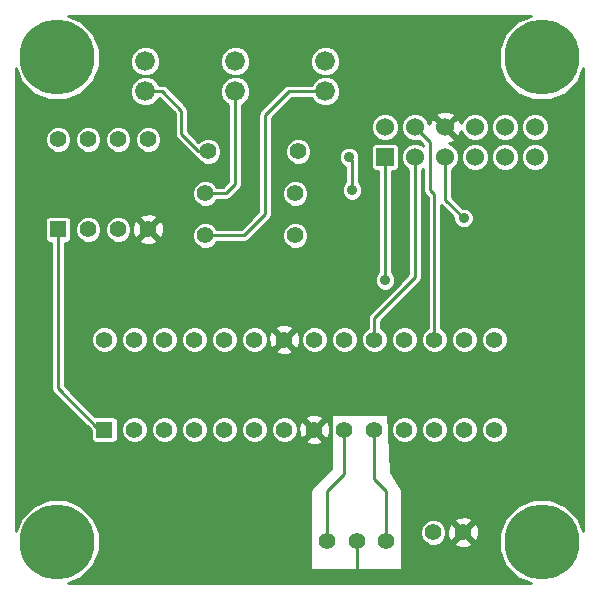
<source format=gbl>
G04 (created by PCBNEW (2013-05-31 BZR 4019)-stable) date 9/25/2013 9:25:23 PM*
%MOIN*%
G04 Gerber Fmt 3.4, Leading zero omitted, Abs format*
%FSLAX34Y34*%
G01*
G70*
G90*
G04 APERTURE LIST*
%ADD10C,0.00590551*%
%ADD11C,0.25*%
%ADD12C,0.055*%
%ADD13R,0.055X0.055*%
%ADD14C,0.066*%
%ADD15R,0.06X0.06*%
%ADD16C,0.06*%
%ADD17C,0.035*%
%ADD18C,0.01*%
G04 APERTURE END LIST*
G54D10*
G54D11*
X35433Y-31496D03*
X19291Y-15354D03*
X35433Y-15354D03*
X19291Y-31496D03*
G54D12*
X21856Y-27759D03*
X22856Y-27759D03*
X23856Y-27759D03*
X24856Y-27759D03*
X25856Y-27759D03*
X26856Y-27759D03*
X27856Y-27759D03*
X28856Y-27759D03*
X29856Y-27759D03*
X30856Y-27759D03*
X31856Y-27759D03*
X32856Y-27759D03*
X33856Y-27759D03*
G54D13*
X20856Y-27759D03*
G54D12*
X33856Y-24759D03*
X32856Y-24759D03*
X31856Y-24759D03*
X30856Y-24759D03*
X29856Y-24759D03*
X28856Y-24759D03*
X27856Y-24759D03*
X26856Y-24759D03*
X25856Y-24759D03*
X24856Y-24759D03*
X23856Y-24759D03*
X22856Y-24759D03*
X21856Y-24759D03*
X20856Y-24759D03*
X30250Y-31479D03*
X28282Y-31479D03*
X29266Y-31479D03*
X27316Y-18479D03*
X24316Y-18479D03*
X27216Y-19879D03*
X24216Y-19879D03*
X27216Y-21279D03*
X24216Y-21279D03*
G54D14*
X22216Y-15479D03*
X22216Y-16479D03*
X25216Y-15479D03*
X25216Y-16479D03*
X28216Y-15479D03*
X28216Y-16479D03*
G54D13*
X19316Y-21079D03*
G54D12*
X20316Y-21079D03*
X21316Y-21079D03*
X22316Y-21079D03*
X22316Y-18079D03*
X21316Y-18079D03*
X20316Y-18079D03*
X19316Y-18079D03*
G54D15*
X30216Y-18679D03*
G54D16*
X30216Y-17679D03*
X31216Y-18679D03*
X31216Y-17679D03*
X32216Y-18679D03*
X32216Y-17679D03*
X33216Y-18679D03*
X33216Y-17679D03*
X34216Y-18679D03*
X34216Y-17679D03*
X35216Y-18679D03*
X35216Y-17679D03*
G54D12*
X31816Y-31179D03*
X32816Y-31179D03*
G54D17*
X30216Y-22779D03*
X29116Y-19779D03*
X29016Y-18679D03*
X32834Y-20708D03*
G54D18*
X24216Y-19879D02*
X24916Y-19879D01*
X25216Y-19579D02*
X25216Y-16479D01*
X24916Y-19879D02*
X25216Y-19579D01*
X24216Y-21279D02*
X25516Y-21279D01*
X27016Y-16479D02*
X28216Y-16479D01*
X26216Y-17279D02*
X27016Y-16479D01*
X26216Y-20579D02*
X26216Y-17279D01*
X25516Y-21279D02*
X26216Y-20579D01*
X30216Y-22779D02*
X30216Y-18679D01*
X31856Y-24759D02*
X31856Y-19919D01*
X31716Y-18179D02*
X31216Y-17679D01*
X31716Y-19779D02*
X31716Y-18179D01*
X31856Y-19919D02*
X31716Y-19779D01*
X24316Y-18479D02*
X23991Y-18479D01*
X22778Y-16479D02*
X22216Y-16479D01*
X23425Y-17125D02*
X22778Y-16479D01*
X23425Y-17913D02*
X23425Y-17125D01*
X23991Y-18479D02*
X23425Y-17913D01*
X29116Y-18779D02*
X29116Y-19779D01*
X29016Y-18679D02*
X29116Y-18779D01*
X32216Y-18679D02*
X32216Y-20090D01*
X32216Y-20090D02*
X32834Y-20708D01*
X20856Y-27759D02*
X20696Y-27759D01*
X20696Y-27759D02*
X19316Y-26379D01*
X19316Y-26379D02*
X19316Y-21079D01*
X29856Y-24759D02*
X29856Y-24039D01*
X31216Y-22679D02*
X31216Y-18679D01*
X29856Y-24039D02*
X31216Y-22679D01*
X29266Y-31479D02*
X29266Y-32679D01*
X30250Y-31479D02*
X30250Y-29813D01*
X30250Y-29813D02*
X29856Y-29419D01*
X29856Y-29419D02*
X29856Y-27759D01*
X28282Y-31479D02*
X28282Y-29813D01*
X28856Y-29239D02*
X28856Y-27759D01*
X28282Y-29813D02*
X28856Y-29239D01*
G54D10*
G36*
X36818Y-31129D02*
X36637Y-30692D01*
X36238Y-30292D01*
X35716Y-30076D01*
X35686Y-30076D01*
X35686Y-18586D01*
X35686Y-17586D01*
X35615Y-17413D01*
X35483Y-17281D01*
X35310Y-17209D01*
X35123Y-17209D01*
X34950Y-17280D01*
X34818Y-17412D01*
X34746Y-17585D01*
X34746Y-17772D01*
X34817Y-17945D01*
X34949Y-18077D01*
X35122Y-18149D01*
X35309Y-18149D01*
X35482Y-18078D01*
X35614Y-17946D01*
X35686Y-17773D01*
X35686Y-17586D01*
X35686Y-18586D01*
X35615Y-18413D01*
X35483Y-18281D01*
X35310Y-18209D01*
X35123Y-18209D01*
X34950Y-18280D01*
X34818Y-18412D01*
X34746Y-18585D01*
X34746Y-18772D01*
X34817Y-18945D01*
X34949Y-19077D01*
X35122Y-19149D01*
X35309Y-19149D01*
X35482Y-19078D01*
X35614Y-18946D01*
X35686Y-18773D01*
X35686Y-18586D01*
X35686Y-30076D01*
X35151Y-30075D01*
X34686Y-30268D01*
X34686Y-18586D01*
X34686Y-17586D01*
X34615Y-17413D01*
X34483Y-17281D01*
X34310Y-17209D01*
X34123Y-17209D01*
X33950Y-17280D01*
X33818Y-17412D01*
X33746Y-17585D01*
X33746Y-17772D01*
X33817Y-17945D01*
X33949Y-18077D01*
X34122Y-18149D01*
X34309Y-18149D01*
X34482Y-18078D01*
X34614Y-17946D01*
X34686Y-17773D01*
X34686Y-17586D01*
X34686Y-18586D01*
X34615Y-18413D01*
X34483Y-18281D01*
X34310Y-18209D01*
X34123Y-18209D01*
X33950Y-18280D01*
X33818Y-18412D01*
X33746Y-18585D01*
X33746Y-18772D01*
X33817Y-18945D01*
X33949Y-19077D01*
X34122Y-19149D01*
X34309Y-19149D01*
X34482Y-19078D01*
X34614Y-18946D01*
X34686Y-18773D01*
X34686Y-18586D01*
X34686Y-30268D01*
X34629Y-30291D01*
X34301Y-30619D01*
X34301Y-27671D01*
X34301Y-24671D01*
X34234Y-24507D01*
X34108Y-24382D01*
X33945Y-24314D01*
X33768Y-24314D01*
X33686Y-24348D01*
X33686Y-18586D01*
X33686Y-17586D01*
X33615Y-17413D01*
X33483Y-17281D01*
X33310Y-17209D01*
X33123Y-17209D01*
X32950Y-17280D01*
X32818Y-17412D01*
X32760Y-17551D01*
X32760Y-17542D01*
X32697Y-17391D01*
X32602Y-17364D01*
X32531Y-17435D01*
X32531Y-17293D01*
X32504Y-17198D01*
X32298Y-17124D01*
X32079Y-17135D01*
X31928Y-17198D01*
X31901Y-17293D01*
X32216Y-17608D01*
X32531Y-17293D01*
X32531Y-17435D01*
X32287Y-17679D01*
X32602Y-17994D01*
X32697Y-17967D01*
X32757Y-17799D01*
X32817Y-17945D01*
X32949Y-18077D01*
X33122Y-18149D01*
X33309Y-18149D01*
X33482Y-18078D01*
X33614Y-17946D01*
X33686Y-17773D01*
X33686Y-17586D01*
X33686Y-18586D01*
X33615Y-18413D01*
X33483Y-18281D01*
X33310Y-18209D01*
X33123Y-18209D01*
X32950Y-18280D01*
X32818Y-18412D01*
X32746Y-18585D01*
X32746Y-18772D01*
X32817Y-18945D01*
X32949Y-19077D01*
X33122Y-19149D01*
X33309Y-19149D01*
X33482Y-19078D01*
X33614Y-18946D01*
X33686Y-18773D01*
X33686Y-18586D01*
X33686Y-24348D01*
X33604Y-24382D01*
X33479Y-24507D01*
X33411Y-24670D01*
X33411Y-24847D01*
X33479Y-25011D01*
X33604Y-25136D01*
X33767Y-25204D01*
X33944Y-25204D01*
X34108Y-25137D01*
X34233Y-25011D01*
X34301Y-24848D01*
X34301Y-24671D01*
X34301Y-27671D01*
X34234Y-27507D01*
X34108Y-27382D01*
X33945Y-27314D01*
X33768Y-27314D01*
X33604Y-27382D01*
X33479Y-27507D01*
X33411Y-27670D01*
X33411Y-27847D01*
X33479Y-28011D01*
X33604Y-28136D01*
X33767Y-28204D01*
X33944Y-28204D01*
X34108Y-28137D01*
X34233Y-28011D01*
X34301Y-27848D01*
X34301Y-27671D01*
X34301Y-30619D01*
X34229Y-30690D01*
X34013Y-31212D01*
X34012Y-31777D01*
X34228Y-32299D01*
X34627Y-32699D01*
X35065Y-32881D01*
X33346Y-32881D01*
X33346Y-31255D01*
X33335Y-31046D01*
X33301Y-30965D01*
X33301Y-27671D01*
X33301Y-24671D01*
X33234Y-24507D01*
X33179Y-24453D01*
X33179Y-20640D01*
X33127Y-20513D01*
X33030Y-20416D01*
X32903Y-20363D01*
X32800Y-20363D01*
X32436Y-19999D01*
X32436Y-19097D01*
X32482Y-19078D01*
X32614Y-18946D01*
X32686Y-18773D01*
X32686Y-18586D01*
X32615Y-18413D01*
X32483Y-18281D01*
X32344Y-18223D01*
X32353Y-18223D01*
X32504Y-18160D01*
X32531Y-18065D01*
X32216Y-17750D01*
X32210Y-17755D01*
X32140Y-17685D01*
X32145Y-17679D01*
X31830Y-17364D01*
X31735Y-17391D01*
X31675Y-17559D01*
X31615Y-17413D01*
X31483Y-17281D01*
X31310Y-17209D01*
X31123Y-17209D01*
X30950Y-17280D01*
X30818Y-17412D01*
X30746Y-17585D01*
X30746Y-17772D01*
X30817Y-17945D01*
X30949Y-18077D01*
X31122Y-18149D01*
X31309Y-18149D01*
X31356Y-18130D01*
X31496Y-18270D01*
X31496Y-18294D01*
X31483Y-18281D01*
X31310Y-18209D01*
X31123Y-18209D01*
X30950Y-18280D01*
X30818Y-18412D01*
X30746Y-18585D01*
X30746Y-18772D01*
X30817Y-18945D01*
X30949Y-19077D01*
X30996Y-19097D01*
X30996Y-22588D01*
X30686Y-22898D01*
X30686Y-17586D01*
X30615Y-17413D01*
X30483Y-17281D01*
X30310Y-17209D01*
X30123Y-17209D01*
X29950Y-17280D01*
X29818Y-17412D01*
X29746Y-17585D01*
X29746Y-17772D01*
X29817Y-17945D01*
X29949Y-18077D01*
X30122Y-18149D01*
X30309Y-18149D01*
X30482Y-18078D01*
X30614Y-17946D01*
X30686Y-17773D01*
X30686Y-17586D01*
X30686Y-22898D01*
X30686Y-22898D01*
X30686Y-18945D01*
X30686Y-18345D01*
X30660Y-18283D01*
X30612Y-18235D01*
X30550Y-18209D01*
X30482Y-18209D01*
X29882Y-18209D01*
X29820Y-18235D01*
X29772Y-18283D01*
X29746Y-18345D01*
X29746Y-18413D01*
X29746Y-19013D01*
X29772Y-19075D01*
X29820Y-19123D01*
X29882Y-19149D01*
X29950Y-19149D01*
X29996Y-19149D01*
X29996Y-22511D01*
X29924Y-22583D01*
X29871Y-22710D01*
X29871Y-22847D01*
X29923Y-22974D01*
X30020Y-23071D01*
X30147Y-23124D01*
X30284Y-23124D01*
X30411Y-23072D01*
X30508Y-22975D01*
X30561Y-22848D01*
X30561Y-22711D01*
X30509Y-22584D01*
X30436Y-22511D01*
X30436Y-19149D01*
X30550Y-19149D01*
X30612Y-19123D01*
X30660Y-19075D01*
X30686Y-19013D01*
X30686Y-18945D01*
X30686Y-22898D01*
X29700Y-23883D01*
X29653Y-23955D01*
X29636Y-24039D01*
X29636Y-24368D01*
X29604Y-24382D01*
X29479Y-24507D01*
X29461Y-24550D01*
X29461Y-19711D01*
X29409Y-19584D01*
X29336Y-19511D01*
X29336Y-18808D01*
X29361Y-18748D01*
X29361Y-18611D01*
X29309Y-18484D01*
X29212Y-18387D01*
X29085Y-18334D01*
X28948Y-18334D01*
X28821Y-18386D01*
X28724Y-18483D01*
X28716Y-18502D01*
X28716Y-16380D01*
X28716Y-15380D01*
X28640Y-15196D01*
X28500Y-15055D01*
X28316Y-14979D01*
X28117Y-14979D01*
X27933Y-15055D01*
X27792Y-15195D01*
X27716Y-15379D01*
X27716Y-15578D01*
X27792Y-15762D01*
X27932Y-15903D01*
X28116Y-15979D01*
X28315Y-15979D01*
X28499Y-15903D01*
X28640Y-15763D01*
X28716Y-15579D01*
X28716Y-15380D01*
X28716Y-16380D01*
X28640Y-16196D01*
X28500Y-16055D01*
X28316Y-15979D01*
X28117Y-15979D01*
X27933Y-16055D01*
X27792Y-16195D01*
X27766Y-16259D01*
X27016Y-16259D01*
X26932Y-16276D01*
X26860Y-16323D01*
X26060Y-17123D01*
X26013Y-17195D01*
X25996Y-17279D01*
X25996Y-20488D01*
X25716Y-20768D01*
X25716Y-16380D01*
X25716Y-15380D01*
X25640Y-15196D01*
X25500Y-15055D01*
X25316Y-14979D01*
X25117Y-14979D01*
X24933Y-15055D01*
X24792Y-15195D01*
X24716Y-15379D01*
X24716Y-15578D01*
X24792Y-15762D01*
X24932Y-15903D01*
X25116Y-15979D01*
X25315Y-15979D01*
X25499Y-15903D01*
X25640Y-15763D01*
X25716Y-15579D01*
X25716Y-15380D01*
X25716Y-16380D01*
X25640Y-16196D01*
X25500Y-16055D01*
X25316Y-15979D01*
X25117Y-15979D01*
X24933Y-16055D01*
X24792Y-16195D01*
X24716Y-16379D01*
X24716Y-16578D01*
X24792Y-16762D01*
X24932Y-16903D01*
X24996Y-16929D01*
X24996Y-19488D01*
X24825Y-19659D01*
X24761Y-19659D01*
X24761Y-18391D01*
X24694Y-18227D01*
X24568Y-18102D01*
X24405Y-18034D01*
X24228Y-18034D01*
X24064Y-18102D01*
X23994Y-18171D01*
X23645Y-17822D01*
X23645Y-17125D01*
X23628Y-17041D01*
X23580Y-16970D01*
X23580Y-16970D01*
X22934Y-16323D01*
X22862Y-16276D01*
X22778Y-16259D01*
X22716Y-16259D01*
X22716Y-15380D01*
X22640Y-15196D01*
X22500Y-15055D01*
X22316Y-14979D01*
X22117Y-14979D01*
X21933Y-15055D01*
X21792Y-15195D01*
X21716Y-15379D01*
X21716Y-15578D01*
X21792Y-15762D01*
X21932Y-15903D01*
X22116Y-15979D01*
X22315Y-15979D01*
X22499Y-15903D01*
X22640Y-15763D01*
X22716Y-15579D01*
X22716Y-15380D01*
X22716Y-16259D01*
X22666Y-16259D01*
X22640Y-16196D01*
X22500Y-16055D01*
X22316Y-15979D01*
X22117Y-15979D01*
X21933Y-16055D01*
X21792Y-16195D01*
X21716Y-16379D01*
X21716Y-16578D01*
X21792Y-16762D01*
X21932Y-16903D01*
X22116Y-16979D01*
X22315Y-16979D01*
X22499Y-16903D01*
X22640Y-16763D01*
X22666Y-16699D01*
X22687Y-16699D01*
X23205Y-17217D01*
X23205Y-17913D01*
X23221Y-17997D01*
X23269Y-18068D01*
X23835Y-18635D01*
X23907Y-18682D01*
X23907Y-18682D01*
X23920Y-18685D01*
X23939Y-18731D01*
X24064Y-18856D01*
X24227Y-18924D01*
X24404Y-18924D01*
X24568Y-18857D01*
X24693Y-18731D01*
X24761Y-18568D01*
X24761Y-18391D01*
X24761Y-19659D01*
X24607Y-19659D01*
X24594Y-19627D01*
X24468Y-19502D01*
X24305Y-19434D01*
X24128Y-19434D01*
X23964Y-19502D01*
X23839Y-19627D01*
X23771Y-19790D01*
X23771Y-19967D01*
X23839Y-20131D01*
X23964Y-20256D01*
X24127Y-20324D01*
X24304Y-20324D01*
X24468Y-20257D01*
X24593Y-20131D01*
X24607Y-20099D01*
X24916Y-20099D01*
X25000Y-20082D01*
X25000Y-20082D01*
X25072Y-20035D01*
X25372Y-19735D01*
X25372Y-19735D01*
X25419Y-19663D01*
X25436Y-19579D01*
X25436Y-19579D01*
X25436Y-16929D01*
X25499Y-16903D01*
X25640Y-16763D01*
X25716Y-16579D01*
X25716Y-16380D01*
X25716Y-20768D01*
X25425Y-21059D01*
X24607Y-21059D01*
X24594Y-21027D01*
X24468Y-20902D01*
X24305Y-20834D01*
X24128Y-20834D01*
X23964Y-20902D01*
X23839Y-21027D01*
X23771Y-21190D01*
X23771Y-21367D01*
X23839Y-21531D01*
X23964Y-21656D01*
X24127Y-21724D01*
X24304Y-21724D01*
X24468Y-21657D01*
X24593Y-21531D01*
X24607Y-21499D01*
X25516Y-21499D01*
X25600Y-21482D01*
X25600Y-21482D01*
X25672Y-21435D01*
X26372Y-20735D01*
X26372Y-20735D01*
X26419Y-20663D01*
X26436Y-20579D01*
X26436Y-20579D01*
X26436Y-17370D01*
X27107Y-16699D01*
X27766Y-16699D01*
X27792Y-16762D01*
X27932Y-16903D01*
X28116Y-16979D01*
X28315Y-16979D01*
X28499Y-16903D01*
X28640Y-16763D01*
X28716Y-16579D01*
X28716Y-16380D01*
X28716Y-18502D01*
X28671Y-18610D01*
X28671Y-18747D01*
X28723Y-18874D01*
X28820Y-18971D01*
X28896Y-19003D01*
X28896Y-19511D01*
X28824Y-19583D01*
X28771Y-19710D01*
X28771Y-19847D01*
X28823Y-19974D01*
X28920Y-20071D01*
X29047Y-20124D01*
X29184Y-20124D01*
X29311Y-20072D01*
X29408Y-19975D01*
X29461Y-19848D01*
X29461Y-19711D01*
X29461Y-24550D01*
X29411Y-24670D01*
X29411Y-24847D01*
X29479Y-25011D01*
X29604Y-25136D01*
X29767Y-25204D01*
X29944Y-25204D01*
X30108Y-25137D01*
X30233Y-25011D01*
X30301Y-24848D01*
X30301Y-24671D01*
X30234Y-24507D01*
X30108Y-24382D01*
X30076Y-24369D01*
X30076Y-24130D01*
X31372Y-22835D01*
X31372Y-22835D01*
X31395Y-22799D01*
X31419Y-22763D01*
X31419Y-22763D01*
X31436Y-22679D01*
X31436Y-22679D01*
X31436Y-19097D01*
X31482Y-19078D01*
X31496Y-19064D01*
X31496Y-19779D01*
X31513Y-19863D01*
X31560Y-19935D01*
X31636Y-20010D01*
X31636Y-24368D01*
X31604Y-24382D01*
X31479Y-24507D01*
X31411Y-24670D01*
X31411Y-24847D01*
X31479Y-25011D01*
X31604Y-25136D01*
X31767Y-25204D01*
X31944Y-25204D01*
X32108Y-25137D01*
X32233Y-25011D01*
X32301Y-24848D01*
X32301Y-24671D01*
X32234Y-24507D01*
X32108Y-24382D01*
X32076Y-24369D01*
X32076Y-20261D01*
X32489Y-20674D01*
X32489Y-20776D01*
X32541Y-20903D01*
X32638Y-21000D01*
X32765Y-21053D01*
X32902Y-21053D01*
X33029Y-21001D01*
X33126Y-20904D01*
X33179Y-20777D01*
X33179Y-20640D01*
X33179Y-24453D01*
X33108Y-24382D01*
X32945Y-24314D01*
X32768Y-24314D01*
X32604Y-24382D01*
X32479Y-24507D01*
X32411Y-24670D01*
X32411Y-24847D01*
X32479Y-25011D01*
X32604Y-25136D01*
X32767Y-25204D01*
X32944Y-25204D01*
X33108Y-25137D01*
X33233Y-25011D01*
X33301Y-24848D01*
X33301Y-24671D01*
X33301Y-27671D01*
X33234Y-27507D01*
X33108Y-27382D01*
X32945Y-27314D01*
X32768Y-27314D01*
X32604Y-27382D01*
X32479Y-27507D01*
X32411Y-27670D01*
X32411Y-27847D01*
X32479Y-28011D01*
X32604Y-28136D01*
X32767Y-28204D01*
X32944Y-28204D01*
X33108Y-28137D01*
X33233Y-28011D01*
X33301Y-27848D01*
X33301Y-27671D01*
X33301Y-30965D01*
X33277Y-30906D01*
X33184Y-30882D01*
X33113Y-30953D01*
X33113Y-30811D01*
X33089Y-30718D01*
X32892Y-30649D01*
X32683Y-30660D01*
X32543Y-30718D01*
X32519Y-30811D01*
X32816Y-31108D01*
X33113Y-30811D01*
X33113Y-30953D01*
X32887Y-31179D01*
X33184Y-31476D01*
X33277Y-31452D01*
X33346Y-31255D01*
X33346Y-32881D01*
X33113Y-32881D01*
X33113Y-31547D01*
X32816Y-31250D01*
X32745Y-31320D01*
X32745Y-31179D01*
X32448Y-30882D01*
X32355Y-30906D01*
X32301Y-31061D01*
X32301Y-27671D01*
X32234Y-27507D01*
X32108Y-27382D01*
X31945Y-27314D01*
X31768Y-27314D01*
X31604Y-27382D01*
X31479Y-27507D01*
X31411Y-27670D01*
X31411Y-27847D01*
X31479Y-28011D01*
X31604Y-28136D01*
X31767Y-28204D01*
X31944Y-28204D01*
X32108Y-28137D01*
X32233Y-28011D01*
X32301Y-27848D01*
X32301Y-27671D01*
X32301Y-31061D01*
X32286Y-31103D01*
X32297Y-31312D01*
X32355Y-31452D01*
X32448Y-31476D01*
X32745Y-31179D01*
X32745Y-31320D01*
X32519Y-31547D01*
X32543Y-31640D01*
X32740Y-31709D01*
X32949Y-31698D01*
X33089Y-31640D01*
X33113Y-31547D01*
X33113Y-32881D01*
X32261Y-32881D01*
X32261Y-31091D01*
X32194Y-30927D01*
X32068Y-30802D01*
X31905Y-30734D01*
X31728Y-30734D01*
X31564Y-30802D01*
X31439Y-30927D01*
X31371Y-31090D01*
X31371Y-31267D01*
X31439Y-31431D01*
X31564Y-31556D01*
X31727Y-31624D01*
X31904Y-31624D01*
X32068Y-31557D01*
X32193Y-31431D01*
X32261Y-31268D01*
X32261Y-31091D01*
X32261Y-32881D01*
X31301Y-32881D01*
X31301Y-27671D01*
X31301Y-24671D01*
X31234Y-24507D01*
X31108Y-24382D01*
X30945Y-24314D01*
X30768Y-24314D01*
X30604Y-24382D01*
X30479Y-24507D01*
X30411Y-24670D01*
X30411Y-24847D01*
X30479Y-25011D01*
X30604Y-25136D01*
X30767Y-25204D01*
X30944Y-25204D01*
X31108Y-25137D01*
X31233Y-25011D01*
X31301Y-24848D01*
X31301Y-24671D01*
X31301Y-27671D01*
X31234Y-27507D01*
X31108Y-27382D01*
X30945Y-27314D01*
X30768Y-27314D01*
X30604Y-27382D01*
X30479Y-27507D01*
X30411Y-27670D01*
X30411Y-27847D01*
X30479Y-28011D01*
X30604Y-28136D01*
X30767Y-28204D01*
X30944Y-28204D01*
X31108Y-28137D01*
X31233Y-28011D01*
X31301Y-27848D01*
X31301Y-27671D01*
X31301Y-32881D01*
X30766Y-32881D01*
X30766Y-32429D01*
X30766Y-29766D01*
X30415Y-29164D01*
X30313Y-27229D01*
X29301Y-27229D01*
X29301Y-24671D01*
X29234Y-24507D01*
X29108Y-24382D01*
X28945Y-24314D01*
X28768Y-24314D01*
X28604Y-24382D01*
X28479Y-24507D01*
X28411Y-24670D01*
X28411Y-24847D01*
X28479Y-25011D01*
X28604Y-25136D01*
X28767Y-25204D01*
X28944Y-25204D01*
X29108Y-25137D01*
X29233Y-25011D01*
X29301Y-24848D01*
X29301Y-24671D01*
X29301Y-27229D01*
X28666Y-27229D01*
X28416Y-27229D01*
X28416Y-27658D01*
X28411Y-27670D01*
X28411Y-27847D01*
X28416Y-27859D01*
X28416Y-29058D01*
X28386Y-29088D01*
X28386Y-27835D01*
X28375Y-27626D01*
X28317Y-27486D01*
X28301Y-27482D01*
X28301Y-24671D01*
X28234Y-24507D01*
X28108Y-24382D01*
X27945Y-24314D01*
X27768Y-24314D01*
X27761Y-24317D01*
X27761Y-18391D01*
X27694Y-18227D01*
X27568Y-18102D01*
X27405Y-18034D01*
X27228Y-18034D01*
X27064Y-18102D01*
X26939Y-18227D01*
X26871Y-18390D01*
X26871Y-18567D01*
X26939Y-18731D01*
X27064Y-18856D01*
X27227Y-18924D01*
X27404Y-18924D01*
X27568Y-18857D01*
X27693Y-18731D01*
X27761Y-18568D01*
X27761Y-18391D01*
X27761Y-24317D01*
X27661Y-24358D01*
X27661Y-21191D01*
X27661Y-19791D01*
X27594Y-19627D01*
X27468Y-19502D01*
X27305Y-19434D01*
X27128Y-19434D01*
X26964Y-19502D01*
X26839Y-19627D01*
X26771Y-19790D01*
X26771Y-19967D01*
X26839Y-20131D01*
X26964Y-20256D01*
X27127Y-20324D01*
X27304Y-20324D01*
X27468Y-20257D01*
X27593Y-20131D01*
X27661Y-19968D01*
X27661Y-19791D01*
X27661Y-21191D01*
X27594Y-21027D01*
X27468Y-20902D01*
X27305Y-20834D01*
X27128Y-20834D01*
X26964Y-20902D01*
X26839Y-21027D01*
X26771Y-21190D01*
X26771Y-21367D01*
X26839Y-21531D01*
X26964Y-21656D01*
X27127Y-21724D01*
X27304Y-21724D01*
X27468Y-21657D01*
X27593Y-21531D01*
X27661Y-21368D01*
X27661Y-21191D01*
X27661Y-24358D01*
X27604Y-24382D01*
X27479Y-24507D01*
X27411Y-24670D01*
X27411Y-24847D01*
X27479Y-25011D01*
X27604Y-25136D01*
X27767Y-25204D01*
X27944Y-25204D01*
X28108Y-25137D01*
X28233Y-25011D01*
X28301Y-24848D01*
X28301Y-24671D01*
X28301Y-27482D01*
X28224Y-27462D01*
X28153Y-27533D01*
X28153Y-27391D01*
X28129Y-27298D01*
X27932Y-27229D01*
X27723Y-27240D01*
X27583Y-27298D01*
X27559Y-27391D01*
X27856Y-27688D01*
X28153Y-27391D01*
X28153Y-27533D01*
X27927Y-27759D01*
X28224Y-28056D01*
X28317Y-28032D01*
X28386Y-27835D01*
X28386Y-29088D01*
X28153Y-29321D01*
X28153Y-28127D01*
X27856Y-27830D01*
X27785Y-27900D01*
X27785Y-27759D01*
X27488Y-27462D01*
X27395Y-27486D01*
X27386Y-27513D01*
X27386Y-24835D01*
X27375Y-24626D01*
X27317Y-24486D01*
X27224Y-24462D01*
X27153Y-24533D01*
X27153Y-24391D01*
X27129Y-24298D01*
X26932Y-24229D01*
X26723Y-24240D01*
X26583Y-24298D01*
X26559Y-24391D01*
X26856Y-24688D01*
X27153Y-24391D01*
X27153Y-24533D01*
X26927Y-24759D01*
X27224Y-25056D01*
X27317Y-25032D01*
X27386Y-24835D01*
X27386Y-27513D01*
X27326Y-27683D01*
X27337Y-27892D01*
X27395Y-28032D01*
X27488Y-28056D01*
X27785Y-27759D01*
X27785Y-27900D01*
X27559Y-28127D01*
X27583Y-28220D01*
X27780Y-28289D01*
X27989Y-28278D01*
X28129Y-28220D01*
X28153Y-28127D01*
X28153Y-29321D01*
X27716Y-29758D01*
X27716Y-32429D01*
X30766Y-32429D01*
X30766Y-32881D01*
X27301Y-32881D01*
X27301Y-27671D01*
X27234Y-27507D01*
X27153Y-27427D01*
X27153Y-25127D01*
X26856Y-24830D01*
X26785Y-24900D01*
X26785Y-24759D01*
X26488Y-24462D01*
X26395Y-24486D01*
X26326Y-24683D01*
X26337Y-24892D01*
X26395Y-25032D01*
X26488Y-25056D01*
X26785Y-24759D01*
X26785Y-24900D01*
X26559Y-25127D01*
X26583Y-25220D01*
X26780Y-25289D01*
X26989Y-25278D01*
X27129Y-25220D01*
X27153Y-25127D01*
X27153Y-27427D01*
X27108Y-27382D01*
X26945Y-27314D01*
X26768Y-27314D01*
X26604Y-27382D01*
X26479Y-27507D01*
X26411Y-27670D01*
X26411Y-27847D01*
X26479Y-28011D01*
X26604Y-28136D01*
X26767Y-28204D01*
X26944Y-28204D01*
X27108Y-28137D01*
X27233Y-28011D01*
X27301Y-27848D01*
X27301Y-27671D01*
X27301Y-32881D01*
X26301Y-32881D01*
X26301Y-27671D01*
X26301Y-24671D01*
X26234Y-24507D01*
X26108Y-24382D01*
X25945Y-24314D01*
X25768Y-24314D01*
X25604Y-24382D01*
X25479Y-24507D01*
X25411Y-24670D01*
X25411Y-24847D01*
X25479Y-25011D01*
X25604Y-25136D01*
X25767Y-25204D01*
X25944Y-25204D01*
X26108Y-25137D01*
X26233Y-25011D01*
X26301Y-24848D01*
X26301Y-24671D01*
X26301Y-27671D01*
X26234Y-27507D01*
X26108Y-27382D01*
X25945Y-27314D01*
X25768Y-27314D01*
X25604Y-27382D01*
X25479Y-27507D01*
X25411Y-27670D01*
X25411Y-27847D01*
X25479Y-28011D01*
X25604Y-28136D01*
X25767Y-28204D01*
X25944Y-28204D01*
X26108Y-28137D01*
X26233Y-28011D01*
X26301Y-27848D01*
X26301Y-27671D01*
X26301Y-32881D01*
X25301Y-32881D01*
X25301Y-27671D01*
X25301Y-24671D01*
X25234Y-24507D01*
X25108Y-24382D01*
X24945Y-24314D01*
X24768Y-24314D01*
X24604Y-24382D01*
X24479Y-24507D01*
X24411Y-24670D01*
X24411Y-24847D01*
X24479Y-25011D01*
X24604Y-25136D01*
X24767Y-25204D01*
X24944Y-25204D01*
X25108Y-25137D01*
X25233Y-25011D01*
X25301Y-24848D01*
X25301Y-24671D01*
X25301Y-27671D01*
X25234Y-27507D01*
X25108Y-27382D01*
X24945Y-27314D01*
X24768Y-27314D01*
X24604Y-27382D01*
X24479Y-27507D01*
X24411Y-27670D01*
X24411Y-27847D01*
X24479Y-28011D01*
X24604Y-28136D01*
X24767Y-28204D01*
X24944Y-28204D01*
X25108Y-28137D01*
X25233Y-28011D01*
X25301Y-27848D01*
X25301Y-27671D01*
X25301Y-32881D01*
X24301Y-32881D01*
X24301Y-27671D01*
X24301Y-24671D01*
X24234Y-24507D01*
X24108Y-24382D01*
X23945Y-24314D01*
X23768Y-24314D01*
X23604Y-24382D01*
X23479Y-24507D01*
X23411Y-24670D01*
X23411Y-24847D01*
X23479Y-25011D01*
X23604Y-25136D01*
X23767Y-25204D01*
X23944Y-25204D01*
X24108Y-25137D01*
X24233Y-25011D01*
X24301Y-24848D01*
X24301Y-24671D01*
X24301Y-27671D01*
X24234Y-27507D01*
X24108Y-27382D01*
X23945Y-27314D01*
X23768Y-27314D01*
X23604Y-27382D01*
X23479Y-27507D01*
X23411Y-27670D01*
X23411Y-27847D01*
X23479Y-28011D01*
X23604Y-28136D01*
X23767Y-28204D01*
X23944Y-28204D01*
X24108Y-28137D01*
X24233Y-28011D01*
X24301Y-27848D01*
X24301Y-27671D01*
X24301Y-32881D01*
X23301Y-32881D01*
X23301Y-27671D01*
X23301Y-24671D01*
X23234Y-24507D01*
X23108Y-24382D01*
X22945Y-24314D01*
X22846Y-24314D01*
X22846Y-21155D01*
X22835Y-20946D01*
X22777Y-20806D01*
X22761Y-20802D01*
X22761Y-17991D01*
X22694Y-17827D01*
X22568Y-17702D01*
X22405Y-17634D01*
X22228Y-17634D01*
X22064Y-17702D01*
X21939Y-17827D01*
X21871Y-17990D01*
X21871Y-18167D01*
X21939Y-18331D01*
X22064Y-18456D01*
X22227Y-18524D01*
X22404Y-18524D01*
X22568Y-18457D01*
X22693Y-18331D01*
X22761Y-18168D01*
X22761Y-17991D01*
X22761Y-20802D01*
X22684Y-20782D01*
X22613Y-20853D01*
X22613Y-20711D01*
X22589Y-20618D01*
X22392Y-20549D01*
X22183Y-20560D01*
X22043Y-20618D01*
X22019Y-20711D01*
X22316Y-21008D01*
X22613Y-20711D01*
X22613Y-20853D01*
X22387Y-21079D01*
X22684Y-21376D01*
X22777Y-21352D01*
X22846Y-21155D01*
X22846Y-24314D01*
X22768Y-24314D01*
X22613Y-24378D01*
X22613Y-21447D01*
X22316Y-21150D01*
X22245Y-21220D01*
X22245Y-21079D01*
X21948Y-20782D01*
X21855Y-20806D01*
X21786Y-21003D01*
X21797Y-21212D01*
X21855Y-21352D01*
X21948Y-21376D01*
X22245Y-21079D01*
X22245Y-21220D01*
X22019Y-21447D01*
X22043Y-21540D01*
X22240Y-21609D01*
X22449Y-21598D01*
X22589Y-21540D01*
X22613Y-21447D01*
X22613Y-24378D01*
X22604Y-24382D01*
X22479Y-24507D01*
X22411Y-24670D01*
X22411Y-24847D01*
X22479Y-25011D01*
X22604Y-25136D01*
X22767Y-25204D01*
X22944Y-25204D01*
X23108Y-25137D01*
X23233Y-25011D01*
X23301Y-24848D01*
X23301Y-24671D01*
X23301Y-27671D01*
X23234Y-27507D01*
X23108Y-27382D01*
X22945Y-27314D01*
X22768Y-27314D01*
X22604Y-27382D01*
X22479Y-27507D01*
X22411Y-27670D01*
X22411Y-27847D01*
X22479Y-28011D01*
X22604Y-28136D01*
X22767Y-28204D01*
X22944Y-28204D01*
X23108Y-28137D01*
X23233Y-28011D01*
X23301Y-27848D01*
X23301Y-27671D01*
X23301Y-32881D01*
X22301Y-32881D01*
X22301Y-27671D01*
X22301Y-24671D01*
X22234Y-24507D01*
X22108Y-24382D01*
X21945Y-24314D01*
X21768Y-24314D01*
X21761Y-24317D01*
X21761Y-20991D01*
X21761Y-17991D01*
X21694Y-17827D01*
X21568Y-17702D01*
X21405Y-17634D01*
X21228Y-17634D01*
X21064Y-17702D01*
X20939Y-17827D01*
X20871Y-17990D01*
X20871Y-18167D01*
X20939Y-18331D01*
X21064Y-18456D01*
X21227Y-18524D01*
X21404Y-18524D01*
X21568Y-18457D01*
X21693Y-18331D01*
X21761Y-18168D01*
X21761Y-17991D01*
X21761Y-20991D01*
X21694Y-20827D01*
X21568Y-20702D01*
X21405Y-20634D01*
X21228Y-20634D01*
X21064Y-20702D01*
X20939Y-20827D01*
X20871Y-20990D01*
X20871Y-21167D01*
X20939Y-21331D01*
X21064Y-21456D01*
X21227Y-21524D01*
X21404Y-21524D01*
X21568Y-21457D01*
X21693Y-21331D01*
X21761Y-21168D01*
X21761Y-20991D01*
X21761Y-24317D01*
X21604Y-24382D01*
X21479Y-24507D01*
X21411Y-24670D01*
X21411Y-24847D01*
X21479Y-25011D01*
X21604Y-25136D01*
X21767Y-25204D01*
X21944Y-25204D01*
X22108Y-25137D01*
X22233Y-25011D01*
X22301Y-24848D01*
X22301Y-24671D01*
X22301Y-27671D01*
X22234Y-27507D01*
X22108Y-27382D01*
X21945Y-27314D01*
X21768Y-27314D01*
X21604Y-27382D01*
X21479Y-27507D01*
X21411Y-27670D01*
X21411Y-27847D01*
X21479Y-28011D01*
X21604Y-28136D01*
X21767Y-28204D01*
X21944Y-28204D01*
X22108Y-28137D01*
X22233Y-28011D01*
X22301Y-27848D01*
X22301Y-27671D01*
X22301Y-32881D01*
X21301Y-32881D01*
X21301Y-24671D01*
X21234Y-24507D01*
X21108Y-24382D01*
X20945Y-24314D01*
X20768Y-24314D01*
X20761Y-24317D01*
X20761Y-20991D01*
X20761Y-17991D01*
X20694Y-17827D01*
X20568Y-17702D01*
X20405Y-17634D01*
X20228Y-17634D01*
X20064Y-17702D01*
X19939Y-17827D01*
X19871Y-17990D01*
X19871Y-18167D01*
X19939Y-18331D01*
X20064Y-18456D01*
X20227Y-18524D01*
X20404Y-18524D01*
X20568Y-18457D01*
X20693Y-18331D01*
X20761Y-18168D01*
X20761Y-17991D01*
X20761Y-20991D01*
X20694Y-20827D01*
X20568Y-20702D01*
X20405Y-20634D01*
X20228Y-20634D01*
X20064Y-20702D01*
X19939Y-20827D01*
X19871Y-20990D01*
X19871Y-21167D01*
X19939Y-21331D01*
X20064Y-21456D01*
X20227Y-21524D01*
X20404Y-21524D01*
X20568Y-21457D01*
X20693Y-21331D01*
X20761Y-21168D01*
X20761Y-20991D01*
X20761Y-24317D01*
X20604Y-24382D01*
X20479Y-24507D01*
X20411Y-24670D01*
X20411Y-24847D01*
X20479Y-25011D01*
X20604Y-25136D01*
X20767Y-25204D01*
X20944Y-25204D01*
X21108Y-25137D01*
X21233Y-25011D01*
X21301Y-24848D01*
X21301Y-24671D01*
X21301Y-32881D01*
X21301Y-32881D01*
X21301Y-28000D01*
X21301Y-27450D01*
X21275Y-27388D01*
X21227Y-27340D01*
X21165Y-27314D01*
X21097Y-27314D01*
X20562Y-27314D01*
X19761Y-26513D01*
X19761Y-17991D01*
X19694Y-17827D01*
X19568Y-17702D01*
X19405Y-17634D01*
X19228Y-17634D01*
X19064Y-17702D01*
X18939Y-17827D01*
X18871Y-17990D01*
X18871Y-18167D01*
X18939Y-18331D01*
X19064Y-18456D01*
X19227Y-18524D01*
X19404Y-18524D01*
X19568Y-18457D01*
X19693Y-18331D01*
X19761Y-18168D01*
X19761Y-17991D01*
X19761Y-26513D01*
X19536Y-26288D01*
X19536Y-21524D01*
X19625Y-21524D01*
X19687Y-21498D01*
X19735Y-21450D01*
X19761Y-21388D01*
X19761Y-21320D01*
X19761Y-20770D01*
X19735Y-20708D01*
X19687Y-20660D01*
X19625Y-20634D01*
X19557Y-20634D01*
X19007Y-20634D01*
X18945Y-20660D01*
X18897Y-20708D01*
X18871Y-20770D01*
X18871Y-20838D01*
X18871Y-21388D01*
X18897Y-21450D01*
X18945Y-21498D01*
X19007Y-21524D01*
X19075Y-21524D01*
X19096Y-21524D01*
X19096Y-26379D01*
X19113Y-26463D01*
X19160Y-26535D01*
X20411Y-27785D01*
X20411Y-28068D01*
X20437Y-28130D01*
X20485Y-28178D01*
X20547Y-28204D01*
X20615Y-28204D01*
X21165Y-28204D01*
X21227Y-28178D01*
X21275Y-28130D01*
X21301Y-28068D01*
X21301Y-28000D01*
X21301Y-32881D01*
X19657Y-32881D01*
X20094Y-32700D01*
X20494Y-32301D01*
X20711Y-31779D01*
X20711Y-31214D01*
X20495Y-30692D01*
X20096Y-30292D01*
X19575Y-30076D01*
X19010Y-30075D01*
X18488Y-30291D01*
X18088Y-30690D01*
X17906Y-31128D01*
X17906Y-15720D01*
X18086Y-16157D01*
X18485Y-16557D01*
X19007Y-16774D01*
X19572Y-16774D01*
X20094Y-16558D01*
X20494Y-16159D01*
X20711Y-15638D01*
X20711Y-15073D01*
X20495Y-14551D01*
X20096Y-14151D01*
X19658Y-13969D01*
X35066Y-13969D01*
X34629Y-14149D01*
X34229Y-14548D01*
X34013Y-15070D01*
X34012Y-15635D01*
X34228Y-16157D01*
X34627Y-16557D01*
X35149Y-16774D01*
X35714Y-16774D01*
X36236Y-16558D01*
X36636Y-16159D01*
X36818Y-15721D01*
X36818Y-31129D01*
X36818Y-31129D01*
G37*
G54D18*
X36818Y-31129D02*
X36637Y-30692D01*
X36238Y-30292D01*
X35716Y-30076D01*
X35686Y-30076D01*
X35686Y-18586D01*
X35686Y-17586D01*
X35615Y-17413D01*
X35483Y-17281D01*
X35310Y-17209D01*
X35123Y-17209D01*
X34950Y-17280D01*
X34818Y-17412D01*
X34746Y-17585D01*
X34746Y-17772D01*
X34817Y-17945D01*
X34949Y-18077D01*
X35122Y-18149D01*
X35309Y-18149D01*
X35482Y-18078D01*
X35614Y-17946D01*
X35686Y-17773D01*
X35686Y-17586D01*
X35686Y-18586D01*
X35615Y-18413D01*
X35483Y-18281D01*
X35310Y-18209D01*
X35123Y-18209D01*
X34950Y-18280D01*
X34818Y-18412D01*
X34746Y-18585D01*
X34746Y-18772D01*
X34817Y-18945D01*
X34949Y-19077D01*
X35122Y-19149D01*
X35309Y-19149D01*
X35482Y-19078D01*
X35614Y-18946D01*
X35686Y-18773D01*
X35686Y-18586D01*
X35686Y-30076D01*
X35151Y-30075D01*
X34686Y-30268D01*
X34686Y-18586D01*
X34686Y-17586D01*
X34615Y-17413D01*
X34483Y-17281D01*
X34310Y-17209D01*
X34123Y-17209D01*
X33950Y-17280D01*
X33818Y-17412D01*
X33746Y-17585D01*
X33746Y-17772D01*
X33817Y-17945D01*
X33949Y-18077D01*
X34122Y-18149D01*
X34309Y-18149D01*
X34482Y-18078D01*
X34614Y-17946D01*
X34686Y-17773D01*
X34686Y-17586D01*
X34686Y-18586D01*
X34615Y-18413D01*
X34483Y-18281D01*
X34310Y-18209D01*
X34123Y-18209D01*
X33950Y-18280D01*
X33818Y-18412D01*
X33746Y-18585D01*
X33746Y-18772D01*
X33817Y-18945D01*
X33949Y-19077D01*
X34122Y-19149D01*
X34309Y-19149D01*
X34482Y-19078D01*
X34614Y-18946D01*
X34686Y-18773D01*
X34686Y-18586D01*
X34686Y-30268D01*
X34629Y-30291D01*
X34301Y-30619D01*
X34301Y-27671D01*
X34301Y-24671D01*
X34234Y-24507D01*
X34108Y-24382D01*
X33945Y-24314D01*
X33768Y-24314D01*
X33686Y-24348D01*
X33686Y-18586D01*
X33686Y-17586D01*
X33615Y-17413D01*
X33483Y-17281D01*
X33310Y-17209D01*
X33123Y-17209D01*
X32950Y-17280D01*
X32818Y-17412D01*
X32760Y-17551D01*
X32760Y-17542D01*
X32697Y-17391D01*
X32602Y-17364D01*
X32531Y-17435D01*
X32531Y-17293D01*
X32504Y-17198D01*
X32298Y-17124D01*
X32079Y-17135D01*
X31928Y-17198D01*
X31901Y-17293D01*
X32216Y-17608D01*
X32531Y-17293D01*
X32531Y-17435D01*
X32287Y-17679D01*
X32602Y-17994D01*
X32697Y-17967D01*
X32757Y-17799D01*
X32817Y-17945D01*
X32949Y-18077D01*
X33122Y-18149D01*
X33309Y-18149D01*
X33482Y-18078D01*
X33614Y-17946D01*
X33686Y-17773D01*
X33686Y-17586D01*
X33686Y-18586D01*
X33615Y-18413D01*
X33483Y-18281D01*
X33310Y-18209D01*
X33123Y-18209D01*
X32950Y-18280D01*
X32818Y-18412D01*
X32746Y-18585D01*
X32746Y-18772D01*
X32817Y-18945D01*
X32949Y-19077D01*
X33122Y-19149D01*
X33309Y-19149D01*
X33482Y-19078D01*
X33614Y-18946D01*
X33686Y-18773D01*
X33686Y-18586D01*
X33686Y-24348D01*
X33604Y-24382D01*
X33479Y-24507D01*
X33411Y-24670D01*
X33411Y-24847D01*
X33479Y-25011D01*
X33604Y-25136D01*
X33767Y-25204D01*
X33944Y-25204D01*
X34108Y-25137D01*
X34233Y-25011D01*
X34301Y-24848D01*
X34301Y-24671D01*
X34301Y-27671D01*
X34234Y-27507D01*
X34108Y-27382D01*
X33945Y-27314D01*
X33768Y-27314D01*
X33604Y-27382D01*
X33479Y-27507D01*
X33411Y-27670D01*
X33411Y-27847D01*
X33479Y-28011D01*
X33604Y-28136D01*
X33767Y-28204D01*
X33944Y-28204D01*
X34108Y-28137D01*
X34233Y-28011D01*
X34301Y-27848D01*
X34301Y-27671D01*
X34301Y-30619D01*
X34229Y-30690D01*
X34013Y-31212D01*
X34012Y-31777D01*
X34228Y-32299D01*
X34627Y-32699D01*
X35065Y-32881D01*
X33346Y-32881D01*
X33346Y-31255D01*
X33335Y-31046D01*
X33301Y-30965D01*
X33301Y-27671D01*
X33301Y-24671D01*
X33234Y-24507D01*
X33179Y-24453D01*
X33179Y-20640D01*
X33127Y-20513D01*
X33030Y-20416D01*
X32903Y-20363D01*
X32800Y-20363D01*
X32436Y-19999D01*
X32436Y-19097D01*
X32482Y-19078D01*
X32614Y-18946D01*
X32686Y-18773D01*
X32686Y-18586D01*
X32615Y-18413D01*
X32483Y-18281D01*
X32344Y-18223D01*
X32353Y-18223D01*
X32504Y-18160D01*
X32531Y-18065D01*
X32216Y-17750D01*
X32210Y-17755D01*
X32140Y-17685D01*
X32145Y-17679D01*
X31830Y-17364D01*
X31735Y-17391D01*
X31675Y-17559D01*
X31615Y-17413D01*
X31483Y-17281D01*
X31310Y-17209D01*
X31123Y-17209D01*
X30950Y-17280D01*
X30818Y-17412D01*
X30746Y-17585D01*
X30746Y-17772D01*
X30817Y-17945D01*
X30949Y-18077D01*
X31122Y-18149D01*
X31309Y-18149D01*
X31356Y-18130D01*
X31496Y-18270D01*
X31496Y-18294D01*
X31483Y-18281D01*
X31310Y-18209D01*
X31123Y-18209D01*
X30950Y-18280D01*
X30818Y-18412D01*
X30746Y-18585D01*
X30746Y-18772D01*
X30817Y-18945D01*
X30949Y-19077D01*
X30996Y-19097D01*
X30996Y-22588D01*
X30686Y-22898D01*
X30686Y-17586D01*
X30615Y-17413D01*
X30483Y-17281D01*
X30310Y-17209D01*
X30123Y-17209D01*
X29950Y-17280D01*
X29818Y-17412D01*
X29746Y-17585D01*
X29746Y-17772D01*
X29817Y-17945D01*
X29949Y-18077D01*
X30122Y-18149D01*
X30309Y-18149D01*
X30482Y-18078D01*
X30614Y-17946D01*
X30686Y-17773D01*
X30686Y-17586D01*
X30686Y-22898D01*
X30686Y-22898D01*
X30686Y-18945D01*
X30686Y-18345D01*
X30660Y-18283D01*
X30612Y-18235D01*
X30550Y-18209D01*
X30482Y-18209D01*
X29882Y-18209D01*
X29820Y-18235D01*
X29772Y-18283D01*
X29746Y-18345D01*
X29746Y-18413D01*
X29746Y-19013D01*
X29772Y-19075D01*
X29820Y-19123D01*
X29882Y-19149D01*
X29950Y-19149D01*
X29996Y-19149D01*
X29996Y-22511D01*
X29924Y-22583D01*
X29871Y-22710D01*
X29871Y-22847D01*
X29923Y-22974D01*
X30020Y-23071D01*
X30147Y-23124D01*
X30284Y-23124D01*
X30411Y-23072D01*
X30508Y-22975D01*
X30561Y-22848D01*
X30561Y-22711D01*
X30509Y-22584D01*
X30436Y-22511D01*
X30436Y-19149D01*
X30550Y-19149D01*
X30612Y-19123D01*
X30660Y-19075D01*
X30686Y-19013D01*
X30686Y-18945D01*
X30686Y-22898D01*
X29700Y-23883D01*
X29653Y-23955D01*
X29636Y-24039D01*
X29636Y-24368D01*
X29604Y-24382D01*
X29479Y-24507D01*
X29461Y-24550D01*
X29461Y-19711D01*
X29409Y-19584D01*
X29336Y-19511D01*
X29336Y-18808D01*
X29361Y-18748D01*
X29361Y-18611D01*
X29309Y-18484D01*
X29212Y-18387D01*
X29085Y-18334D01*
X28948Y-18334D01*
X28821Y-18386D01*
X28724Y-18483D01*
X28716Y-18502D01*
X28716Y-16380D01*
X28716Y-15380D01*
X28640Y-15196D01*
X28500Y-15055D01*
X28316Y-14979D01*
X28117Y-14979D01*
X27933Y-15055D01*
X27792Y-15195D01*
X27716Y-15379D01*
X27716Y-15578D01*
X27792Y-15762D01*
X27932Y-15903D01*
X28116Y-15979D01*
X28315Y-15979D01*
X28499Y-15903D01*
X28640Y-15763D01*
X28716Y-15579D01*
X28716Y-15380D01*
X28716Y-16380D01*
X28640Y-16196D01*
X28500Y-16055D01*
X28316Y-15979D01*
X28117Y-15979D01*
X27933Y-16055D01*
X27792Y-16195D01*
X27766Y-16259D01*
X27016Y-16259D01*
X26932Y-16276D01*
X26860Y-16323D01*
X26060Y-17123D01*
X26013Y-17195D01*
X25996Y-17279D01*
X25996Y-20488D01*
X25716Y-20768D01*
X25716Y-16380D01*
X25716Y-15380D01*
X25640Y-15196D01*
X25500Y-15055D01*
X25316Y-14979D01*
X25117Y-14979D01*
X24933Y-15055D01*
X24792Y-15195D01*
X24716Y-15379D01*
X24716Y-15578D01*
X24792Y-15762D01*
X24932Y-15903D01*
X25116Y-15979D01*
X25315Y-15979D01*
X25499Y-15903D01*
X25640Y-15763D01*
X25716Y-15579D01*
X25716Y-15380D01*
X25716Y-16380D01*
X25640Y-16196D01*
X25500Y-16055D01*
X25316Y-15979D01*
X25117Y-15979D01*
X24933Y-16055D01*
X24792Y-16195D01*
X24716Y-16379D01*
X24716Y-16578D01*
X24792Y-16762D01*
X24932Y-16903D01*
X24996Y-16929D01*
X24996Y-19488D01*
X24825Y-19659D01*
X24761Y-19659D01*
X24761Y-18391D01*
X24694Y-18227D01*
X24568Y-18102D01*
X24405Y-18034D01*
X24228Y-18034D01*
X24064Y-18102D01*
X23994Y-18171D01*
X23645Y-17822D01*
X23645Y-17125D01*
X23628Y-17041D01*
X23580Y-16970D01*
X23580Y-16970D01*
X22934Y-16323D01*
X22862Y-16276D01*
X22778Y-16259D01*
X22716Y-16259D01*
X22716Y-15380D01*
X22640Y-15196D01*
X22500Y-15055D01*
X22316Y-14979D01*
X22117Y-14979D01*
X21933Y-15055D01*
X21792Y-15195D01*
X21716Y-15379D01*
X21716Y-15578D01*
X21792Y-15762D01*
X21932Y-15903D01*
X22116Y-15979D01*
X22315Y-15979D01*
X22499Y-15903D01*
X22640Y-15763D01*
X22716Y-15579D01*
X22716Y-15380D01*
X22716Y-16259D01*
X22666Y-16259D01*
X22640Y-16196D01*
X22500Y-16055D01*
X22316Y-15979D01*
X22117Y-15979D01*
X21933Y-16055D01*
X21792Y-16195D01*
X21716Y-16379D01*
X21716Y-16578D01*
X21792Y-16762D01*
X21932Y-16903D01*
X22116Y-16979D01*
X22315Y-16979D01*
X22499Y-16903D01*
X22640Y-16763D01*
X22666Y-16699D01*
X22687Y-16699D01*
X23205Y-17217D01*
X23205Y-17913D01*
X23221Y-17997D01*
X23269Y-18068D01*
X23835Y-18635D01*
X23907Y-18682D01*
X23907Y-18682D01*
X23920Y-18685D01*
X23939Y-18731D01*
X24064Y-18856D01*
X24227Y-18924D01*
X24404Y-18924D01*
X24568Y-18857D01*
X24693Y-18731D01*
X24761Y-18568D01*
X24761Y-18391D01*
X24761Y-19659D01*
X24607Y-19659D01*
X24594Y-19627D01*
X24468Y-19502D01*
X24305Y-19434D01*
X24128Y-19434D01*
X23964Y-19502D01*
X23839Y-19627D01*
X23771Y-19790D01*
X23771Y-19967D01*
X23839Y-20131D01*
X23964Y-20256D01*
X24127Y-20324D01*
X24304Y-20324D01*
X24468Y-20257D01*
X24593Y-20131D01*
X24607Y-20099D01*
X24916Y-20099D01*
X25000Y-20082D01*
X25000Y-20082D01*
X25072Y-20035D01*
X25372Y-19735D01*
X25372Y-19735D01*
X25419Y-19663D01*
X25436Y-19579D01*
X25436Y-19579D01*
X25436Y-16929D01*
X25499Y-16903D01*
X25640Y-16763D01*
X25716Y-16579D01*
X25716Y-16380D01*
X25716Y-20768D01*
X25425Y-21059D01*
X24607Y-21059D01*
X24594Y-21027D01*
X24468Y-20902D01*
X24305Y-20834D01*
X24128Y-20834D01*
X23964Y-20902D01*
X23839Y-21027D01*
X23771Y-21190D01*
X23771Y-21367D01*
X23839Y-21531D01*
X23964Y-21656D01*
X24127Y-21724D01*
X24304Y-21724D01*
X24468Y-21657D01*
X24593Y-21531D01*
X24607Y-21499D01*
X25516Y-21499D01*
X25600Y-21482D01*
X25600Y-21482D01*
X25672Y-21435D01*
X26372Y-20735D01*
X26372Y-20735D01*
X26419Y-20663D01*
X26436Y-20579D01*
X26436Y-20579D01*
X26436Y-17370D01*
X27107Y-16699D01*
X27766Y-16699D01*
X27792Y-16762D01*
X27932Y-16903D01*
X28116Y-16979D01*
X28315Y-16979D01*
X28499Y-16903D01*
X28640Y-16763D01*
X28716Y-16579D01*
X28716Y-16380D01*
X28716Y-18502D01*
X28671Y-18610D01*
X28671Y-18747D01*
X28723Y-18874D01*
X28820Y-18971D01*
X28896Y-19003D01*
X28896Y-19511D01*
X28824Y-19583D01*
X28771Y-19710D01*
X28771Y-19847D01*
X28823Y-19974D01*
X28920Y-20071D01*
X29047Y-20124D01*
X29184Y-20124D01*
X29311Y-20072D01*
X29408Y-19975D01*
X29461Y-19848D01*
X29461Y-19711D01*
X29461Y-24550D01*
X29411Y-24670D01*
X29411Y-24847D01*
X29479Y-25011D01*
X29604Y-25136D01*
X29767Y-25204D01*
X29944Y-25204D01*
X30108Y-25137D01*
X30233Y-25011D01*
X30301Y-24848D01*
X30301Y-24671D01*
X30234Y-24507D01*
X30108Y-24382D01*
X30076Y-24369D01*
X30076Y-24130D01*
X31372Y-22835D01*
X31372Y-22835D01*
X31395Y-22799D01*
X31419Y-22763D01*
X31419Y-22763D01*
X31436Y-22679D01*
X31436Y-22679D01*
X31436Y-19097D01*
X31482Y-19078D01*
X31496Y-19064D01*
X31496Y-19779D01*
X31513Y-19863D01*
X31560Y-19935D01*
X31636Y-20010D01*
X31636Y-24368D01*
X31604Y-24382D01*
X31479Y-24507D01*
X31411Y-24670D01*
X31411Y-24847D01*
X31479Y-25011D01*
X31604Y-25136D01*
X31767Y-25204D01*
X31944Y-25204D01*
X32108Y-25137D01*
X32233Y-25011D01*
X32301Y-24848D01*
X32301Y-24671D01*
X32234Y-24507D01*
X32108Y-24382D01*
X32076Y-24369D01*
X32076Y-20261D01*
X32489Y-20674D01*
X32489Y-20776D01*
X32541Y-20903D01*
X32638Y-21000D01*
X32765Y-21053D01*
X32902Y-21053D01*
X33029Y-21001D01*
X33126Y-20904D01*
X33179Y-20777D01*
X33179Y-20640D01*
X33179Y-24453D01*
X33108Y-24382D01*
X32945Y-24314D01*
X32768Y-24314D01*
X32604Y-24382D01*
X32479Y-24507D01*
X32411Y-24670D01*
X32411Y-24847D01*
X32479Y-25011D01*
X32604Y-25136D01*
X32767Y-25204D01*
X32944Y-25204D01*
X33108Y-25137D01*
X33233Y-25011D01*
X33301Y-24848D01*
X33301Y-24671D01*
X33301Y-27671D01*
X33234Y-27507D01*
X33108Y-27382D01*
X32945Y-27314D01*
X32768Y-27314D01*
X32604Y-27382D01*
X32479Y-27507D01*
X32411Y-27670D01*
X32411Y-27847D01*
X32479Y-28011D01*
X32604Y-28136D01*
X32767Y-28204D01*
X32944Y-28204D01*
X33108Y-28137D01*
X33233Y-28011D01*
X33301Y-27848D01*
X33301Y-27671D01*
X33301Y-30965D01*
X33277Y-30906D01*
X33184Y-30882D01*
X33113Y-30953D01*
X33113Y-30811D01*
X33089Y-30718D01*
X32892Y-30649D01*
X32683Y-30660D01*
X32543Y-30718D01*
X32519Y-30811D01*
X32816Y-31108D01*
X33113Y-30811D01*
X33113Y-30953D01*
X32887Y-31179D01*
X33184Y-31476D01*
X33277Y-31452D01*
X33346Y-31255D01*
X33346Y-32881D01*
X33113Y-32881D01*
X33113Y-31547D01*
X32816Y-31250D01*
X32745Y-31320D01*
X32745Y-31179D01*
X32448Y-30882D01*
X32355Y-30906D01*
X32301Y-31061D01*
X32301Y-27671D01*
X32234Y-27507D01*
X32108Y-27382D01*
X31945Y-27314D01*
X31768Y-27314D01*
X31604Y-27382D01*
X31479Y-27507D01*
X31411Y-27670D01*
X31411Y-27847D01*
X31479Y-28011D01*
X31604Y-28136D01*
X31767Y-28204D01*
X31944Y-28204D01*
X32108Y-28137D01*
X32233Y-28011D01*
X32301Y-27848D01*
X32301Y-27671D01*
X32301Y-31061D01*
X32286Y-31103D01*
X32297Y-31312D01*
X32355Y-31452D01*
X32448Y-31476D01*
X32745Y-31179D01*
X32745Y-31320D01*
X32519Y-31547D01*
X32543Y-31640D01*
X32740Y-31709D01*
X32949Y-31698D01*
X33089Y-31640D01*
X33113Y-31547D01*
X33113Y-32881D01*
X32261Y-32881D01*
X32261Y-31091D01*
X32194Y-30927D01*
X32068Y-30802D01*
X31905Y-30734D01*
X31728Y-30734D01*
X31564Y-30802D01*
X31439Y-30927D01*
X31371Y-31090D01*
X31371Y-31267D01*
X31439Y-31431D01*
X31564Y-31556D01*
X31727Y-31624D01*
X31904Y-31624D01*
X32068Y-31557D01*
X32193Y-31431D01*
X32261Y-31268D01*
X32261Y-31091D01*
X32261Y-32881D01*
X31301Y-32881D01*
X31301Y-27671D01*
X31301Y-24671D01*
X31234Y-24507D01*
X31108Y-24382D01*
X30945Y-24314D01*
X30768Y-24314D01*
X30604Y-24382D01*
X30479Y-24507D01*
X30411Y-24670D01*
X30411Y-24847D01*
X30479Y-25011D01*
X30604Y-25136D01*
X30767Y-25204D01*
X30944Y-25204D01*
X31108Y-25137D01*
X31233Y-25011D01*
X31301Y-24848D01*
X31301Y-24671D01*
X31301Y-27671D01*
X31234Y-27507D01*
X31108Y-27382D01*
X30945Y-27314D01*
X30768Y-27314D01*
X30604Y-27382D01*
X30479Y-27507D01*
X30411Y-27670D01*
X30411Y-27847D01*
X30479Y-28011D01*
X30604Y-28136D01*
X30767Y-28204D01*
X30944Y-28204D01*
X31108Y-28137D01*
X31233Y-28011D01*
X31301Y-27848D01*
X31301Y-27671D01*
X31301Y-32881D01*
X30766Y-32881D01*
X30766Y-32429D01*
X30766Y-29766D01*
X30415Y-29164D01*
X30313Y-27229D01*
X29301Y-27229D01*
X29301Y-24671D01*
X29234Y-24507D01*
X29108Y-24382D01*
X28945Y-24314D01*
X28768Y-24314D01*
X28604Y-24382D01*
X28479Y-24507D01*
X28411Y-24670D01*
X28411Y-24847D01*
X28479Y-25011D01*
X28604Y-25136D01*
X28767Y-25204D01*
X28944Y-25204D01*
X29108Y-25137D01*
X29233Y-25011D01*
X29301Y-24848D01*
X29301Y-24671D01*
X29301Y-27229D01*
X28666Y-27229D01*
X28416Y-27229D01*
X28416Y-27658D01*
X28411Y-27670D01*
X28411Y-27847D01*
X28416Y-27859D01*
X28416Y-29058D01*
X28386Y-29088D01*
X28386Y-27835D01*
X28375Y-27626D01*
X28317Y-27486D01*
X28301Y-27482D01*
X28301Y-24671D01*
X28234Y-24507D01*
X28108Y-24382D01*
X27945Y-24314D01*
X27768Y-24314D01*
X27761Y-24317D01*
X27761Y-18391D01*
X27694Y-18227D01*
X27568Y-18102D01*
X27405Y-18034D01*
X27228Y-18034D01*
X27064Y-18102D01*
X26939Y-18227D01*
X26871Y-18390D01*
X26871Y-18567D01*
X26939Y-18731D01*
X27064Y-18856D01*
X27227Y-18924D01*
X27404Y-18924D01*
X27568Y-18857D01*
X27693Y-18731D01*
X27761Y-18568D01*
X27761Y-18391D01*
X27761Y-24317D01*
X27661Y-24358D01*
X27661Y-21191D01*
X27661Y-19791D01*
X27594Y-19627D01*
X27468Y-19502D01*
X27305Y-19434D01*
X27128Y-19434D01*
X26964Y-19502D01*
X26839Y-19627D01*
X26771Y-19790D01*
X26771Y-19967D01*
X26839Y-20131D01*
X26964Y-20256D01*
X27127Y-20324D01*
X27304Y-20324D01*
X27468Y-20257D01*
X27593Y-20131D01*
X27661Y-19968D01*
X27661Y-19791D01*
X27661Y-21191D01*
X27594Y-21027D01*
X27468Y-20902D01*
X27305Y-20834D01*
X27128Y-20834D01*
X26964Y-20902D01*
X26839Y-21027D01*
X26771Y-21190D01*
X26771Y-21367D01*
X26839Y-21531D01*
X26964Y-21656D01*
X27127Y-21724D01*
X27304Y-21724D01*
X27468Y-21657D01*
X27593Y-21531D01*
X27661Y-21368D01*
X27661Y-21191D01*
X27661Y-24358D01*
X27604Y-24382D01*
X27479Y-24507D01*
X27411Y-24670D01*
X27411Y-24847D01*
X27479Y-25011D01*
X27604Y-25136D01*
X27767Y-25204D01*
X27944Y-25204D01*
X28108Y-25137D01*
X28233Y-25011D01*
X28301Y-24848D01*
X28301Y-24671D01*
X28301Y-27482D01*
X28224Y-27462D01*
X28153Y-27533D01*
X28153Y-27391D01*
X28129Y-27298D01*
X27932Y-27229D01*
X27723Y-27240D01*
X27583Y-27298D01*
X27559Y-27391D01*
X27856Y-27688D01*
X28153Y-27391D01*
X28153Y-27533D01*
X27927Y-27759D01*
X28224Y-28056D01*
X28317Y-28032D01*
X28386Y-27835D01*
X28386Y-29088D01*
X28153Y-29321D01*
X28153Y-28127D01*
X27856Y-27830D01*
X27785Y-27900D01*
X27785Y-27759D01*
X27488Y-27462D01*
X27395Y-27486D01*
X27386Y-27513D01*
X27386Y-24835D01*
X27375Y-24626D01*
X27317Y-24486D01*
X27224Y-24462D01*
X27153Y-24533D01*
X27153Y-24391D01*
X27129Y-24298D01*
X26932Y-24229D01*
X26723Y-24240D01*
X26583Y-24298D01*
X26559Y-24391D01*
X26856Y-24688D01*
X27153Y-24391D01*
X27153Y-24533D01*
X26927Y-24759D01*
X27224Y-25056D01*
X27317Y-25032D01*
X27386Y-24835D01*
X27386Y-27513D01*
X27326Y-27683D01*
X27337Y-27892D01*
X27395Y-28032D01*
X27488Y-28056D01*
X27785Y-27759D01*
X27785Y-27900D01*
X27559Y-28127D01*
X27583Y-28220D01*
X27780Y-28289D01*
X27989Y-28278D01*
X28129Y-28220D01*
X28153Y-28127D01*
X28153Y-29321D01*
X27716Y-29758D01*
X27716Y-32429D01*
X30766Y-32429D01*
X30766Y-32881D01*
X27301Y-32881D01*
X27301Y-27671D01*
X27234Y-27507D01*
X27153Y-27427D01*
X27153Y-25127D01*
X26856Y-24830D01*
X26785Y-24900D01*
X26785Y-24759D01*
X26488Y-24462D01*
X26395Y-24486D01*
X26326Y-24683D01*
X26337Y-24892D01*
X26395Y-25032D01*
X26488Y-25056D01*
X26785Y-24759D01*
X26785Y-24900D01*
X26559Y-25127D01*
X26583Y-25220D01*
X26780Y-25289D01*
X26989Y-25278D01*
X27129Y-25220D01*
X27153Y-25127D01*
X27153Y-27427D01*
X27108Y-27382D01*
X26945Y-27314D01*
X26768Y-27314D01*
X26604Y-27382D01*
X26479Y-27507D01*
X26411Y-27670D01*
X26411Y-27847D01*
X26479Y-28011D01*
X26604Y-28136D01*
X26767Y-28204D01*
X26944Y-28204D01*
X27108Y-28137D01*
X27233Y-28011D01*
X27301Y-27848D01*
X27301Y-27671D01*
X27301Y-32881D01*
X26301Y-32881D01*
X26301Y-27671D01*
X26301Y-24671D01*
X26234Y-24507D01*
X26108Y-24382D01*
X25945Y-24314D01*
X25768Y-24314D01*
X25604Y-24382D01*
X25479Y-24507D01*
X25411Y-24670D01*
X25411Y-24847D01*
X25479Y-25011D01*
X25604Y-25136D01*
X25767Y-25204D01*
X25944Y-25204D01*
X26108Y-25137D01*
X26233Y-25011D01*
X26301Y-24848D01*
X26301Y-24671D01*
X26301Y-27671D01*
X26234Y-27507D01*
X26108Y-27382D01*
X25945Y-27314D01*
X25768Y-27314D01*
X25604Y-27382D01*
X25479Y-27507D01*
X25411Y-27670D01*
X25411Y-27847D01*
X25479Y-28011D01*
X25604Y-28136D01*
X25767Y-28204D01*
X25944Y-28204D01*
X26108Y-28137D01*
X26233Y-28011D01*
X26301Y-27848D01*
X26301Y-27671D01*
X26301Y-32881D01*
X25301Y-32881D01*
X25301Y-27671D01*
X25301Y-24671D01*
X25234Y-24507D01*
X25108Y-24382D01*
X24945Y-24314D01*
X24768Y-24314D01*
X24604Y-24382D01*
X24479Y-24507D01*
X24411Y-24670D01*
X24411Y-24847D01*
X24479Y-25011D01*
X24604Y-25136D01*
X24767Y-25204D01*
X24944Y-25204D01*
X25108Y-25137D01*
X25233Y-25011D01*
X25301Y-24848D01*
X25301Y-24671D01*
X25301Y-27671D01*
X25234Y-27507D01*
X25108Y-27382D01*
X24945Y-27314D01*
X24768Y-27314D01*
X24604Y-27382D01*
X24479Y-27507D01*
X24411Y-27670D01*
X24411Y-27847D01*
X24479Y-28011D01*
X24604Y-28136D01*
X24767Y-28204D01*
X24944Y-28204D01*
X25108Y-28137D01*
X25233Y-28011D01*
X25301Y-27848D01*
X25301Y-27671D01*
X25301Y-32881D01*
X24301Y-32881D01*
X24301Y-27671D01*
X24301Y-24671D01*
X24234Y-24507D01*
X24108Y-24382D01*
X23945Y-24314D01*
X23768Y-24314D01*
X23604Y-24382D01*
X23479Y-24507D01*
X23411Y-24670D01*
X23411Y-24847D01*
X23479Y-25011D01*
X23604Y-25136D01*
X23767Y-25204D01*
X23944Y-25204D01*
X24108Y-25137D01*
X24233Y-25011D01*
X24301Y-24848D01*
X24301Y-24671D01*
X24301Y-27671D01*
X24234Y-27507D01*
X24108Y-27382D01*
X23945Y-27314D01*
X23768Y-27314D01*
X23604Y-27382D01*
X23479Y-27507D01*
X23411Y-27670D01*
X23411Y-27847D01*
X23479Y-28011D01*
X23604Y-28136D01*
X23767Y-28204D01*
X23944Y-28204D01*
X24108Y-28137D01*
X24233Y-28011D01*
X24301Y-27848D01*
X24301Y-27671D01*
X24301Y-32881D01*
X23301Y-32881D01*
X23301Y-27671D01*
X23301Y-24671D01*
X23234Y-24507D01*
X23108Y-24382D01*
X22945Y-24314D01*
X22846Y-24314D01*
X22846Y-21155D01*
X22835Y-20946D01*
X22777Y-20806D01*
X22761Y-20802D01*
X22761Y-17991D01*
X22694Y-17827D01*
X22568Y-17702D01*
X22405Y-17634D01*
X22228Y-17634D01*
X22064Y-17702D01*
X21939Y-17827D01*
X21871Y-17990D01*
X21871Y-18167D01*
X21939Y-18331D01*
X22064Y-18456D01*
X22227Y-18524D01*
X22404Y-18524D01*
X22568Y-18457D01*
X22693Y-18331D01*
X22761Y-18168D01*
X22761Y-17991D01*
X22761Y-20802D01*
X22684Y-20782D01*
X22613Y-20853D01*
X22613Y-20711D01*
X22589Y-20618D01*
X22392Y-20549D01*
X22183Y-20560D01*
X22043Y-20618D01*
X22019Y-20711D01*
X22316Y-21008D01*
X22613Y-20711D01*
X22613Y-20853D01*
X22387Y-21079D01*
X22684Y-21376D01*
X22777Y-21352D01*
X22846Y-21155D01*
X22846Y-24314D01*
X22768Y-24314D01*
X22613Y-24378D01*
X22613Y-21447D01*
X22316Y-21150D01*
X22245Y-21220D01*
X22245Y-21079D01*
X21948Y-20782D01*
X21855Y-20806D01*
X21786Y-21003D01*
X21797Y-21212D01*
X21855Y-21352D01*
X21948Y-21376D01*
X22245Y-21079D01*
X22245Y-21220D01*
X22019Y-21447D01*
X22043Y-21540D01*
X22240Y-21609D01*
X22449Y-21598D01*
X22589Y-21540D01*
X22613Y-21447D01*
X22613Y-24378D01*
X22604Y-24382D01*
X22479Y-24507D01*
X22411Y-24670D01*
X22411Y-24847D01*
X22479Y-25011D01*
X22604Y-25136D01*
X22767Y-25204D01*
X22944Y-25204D01*
X23108Y-25137D01*
X23233Y-25011D01*
X23301Y-24848D01*
X23301Y-24671D01*
X23301Y-27671D01*
X23234Y-27507D01*
X23108Y-27382D01*
X22945Y-27314D01*
X22768Y-27314D01*
X22604Y-27382D01*
X22479Y-27507D01*
X22411Y-27670D01*
X22411Y-27847D01*
X22479Y-28011D01*
X22604Y-28136D01*
X22767Y-28204D01*
X22944Y-28204D01*
X23108Y-28137D01*
X23233Y-28011D01*
X23301Y-27848D01*
X23301Y-27671D01*
X23301Y-32881D01*
X22301Y-32881D01*
X22301Y-27671D01*
X22301Y-24671D01*
X22234Y-24507D01*
X22108Y-24382D01*
X21945Y-24314D01*
X21768Y-24314D01*
X21761Y-24317D01*
X21761Y-20991D01*
X21761Y-17991D01*
X21694Y-17827D01*
X21568Y-17702D01*
X21405Y-17634D01*
X21228Y-17634D01*
X21064Y-17702D01*
X20939Y-17827D01*
X20871Y-17990D01*
X20871Y-18167D01*
X20939Y-18331D01*
X21064Y-18456D01*
X21227Y-18524D01*
X21404Y-18524D01*
X21568Y-18457D01*
X21693Y-18331D01*
X21761Y-18168D01*
X21761Y-17991D01*
X21761Y-20991D01*
X21694Y-20827D01*
X21568Y-20702D01*
X21405Y-20634D01*
X21228Y-20634D01*
X21064Y-20702D01*
X20939Y-20827D01*
X20871Y-20990D01*
X20871Y-21167D01*
X20939Y-21331D01*
X21064Y-21456D01*
X21227Y-21524D01*
X21404Y-21524D01*
X21568Y-21457D01*
X21693Y-21331D01*
X21761Y-21168D01*
X21761Y-20991D01*
X21761Y-24317D01*
X21604Y-24382D01*
X21479Y-24507D01*
X21411Y-24670D01*
X21411Y-24847D01*
X21479Y-25011D01*
X21604Y-25136D01*
X21767Y-25204D01*
X21944Y-25204D01*
X22108Y-25137D01*
X22233Y-25011D01*
X22301Y-24848D01*
X22301Y-24671D01*
X22301Y-27671D01*
X22234Y-27507D01*
X22108Y-27382D01*
X21945Y-27314D01*
X21768Y-27314D01*
X21604Y-27382D01*
X21479Y-27507D01*
X21411Y-27670D01*
X21411Y-27847D01*
X21479Y-28011D01*
X21604Y-28136D01*
X21767Y-28204D01*
X21944Y-28204D01*
X22108Y-28137D01*
X22233Y-28011D01*
X22301Y-27848D01*
X22301Y-27671D01*
X22301Y-32881D01*
X21301Y-32881D01*
X21301Y-24671D01*
X21234Y-24507D01*
X21108Y-24382D01*
X20945Y-24314D01*
X20768Y-24314D01*
X20761Y-24317D01*
X20761Y-20991D01*
X20761Y-17991D01*
X20694Y-17827D01*
X20568Y-17702D01*
X20405Y-17634D01*
X20228Y-17634D01*
X20064Y-17702D01*
X19939Y-17827D01*
X19871Y-17990D01*
X19871Y-18167D01*
X19939Y-18331D01*
X20064Y-18456D01*
X20227Y-18524D01*
X20404Y-18524D01*
X20568Y-18457D01*
X20693Y-18331D01*
X20761Y-18168D01*
X20761Y-17991D01*
X20761Y-20991D01*
X20694Y-20827D01*
X20568Y-20702D01*
X20405Y-20634D01*
X20228Y-20634D01*
X20064Y-20702D01*
X19939Y-20827D01*
X19871Y-20990D01*
X19871Y-21167D01*
X19939Y-21331D01*
X20064Y-21456D01*
X20227Y-21524D01*
X20404Y-21524D01*
X20568Y-21457D01*
X20693Y-21331D01*
X20761Y-21168D01*
X20761Y-20991D01*
X20761Y-24317D01*
X20604Y-24382D01*
X20479Y-24507D01*
X20411Y-24670D01*
X20411Y-24847D01*
X20479Y-25011D01*
X20604Y-25136D01*
X20767Y-25204D01*
X20944Y-25204D01*
X21108Y-25137D01*
X21233Y-25011D01*
X21301Y-24848D01*
X21301Y-24671D01*
X21301Y-32881D01*
X21301Y-32881D01*
X21301Y-28000D01*
X21301Y-27450D01*
X21275Y-27388D01*
X21227Y-27340D01*
X21165Y-27314D01*
X21097Y-27314D01*
X20562Y-27314D01*
X19761Y-26513D01*
X19761Y-17991D01*
X19694Y-17827D01*
X19568Y-17702D01*
X19405Y-17634D01*
X19228Y-17634D01*
X19064Y-17702D01*
X18939Y-17827D01*
X18871Y-17990D01*
X18871Y-18167D01*
X18939Y-18331D01*
X19064Y-18456D01*
X19227Y-18524D01*
X19404Y-18524D01*
X19568Y-18457D01*
X19693Y-18331D01*
X19761Y-18168D01*
X19761Y-17991D01*
X19761Y-26513D01*
X19536Y-26288D01*
X19536Y-21524D01*
X19625Y-21524D01*
X19687Y-21498D01*
X19735Y-21450D01*
X19761Y-21388D01*
X19761Y-21320D01*
X19761Y-20770D01*
X19735Y-20708D01*
X19687Y-20660D01*
X19625Y-20634D01*
X19557Y-20634D01*
X19007Y-20634D01*
X18945Y-20660D01*
X18897Y-20708D01*
X18871Y-20770D01*
X18871Y-20838D01*
X18871Y-21388D01*
X18897Y-21450D01*
X18945Y-21498D01*
X19007Y-21524D01*
X19075Y-21524D01*
X19096Y-21524D01*
X19096Y-26379D01*
X19113Y-26463D01*
X19160Y-26535D01*
X20411Y-27785D01*
X20411Y-28068D01*
X20437Y-28130D01*
X20485Y-28178D01*
X20547Y-28204D01*
X20615Y-28204D01*
X21165Y-28204D01*
X21227Y-28178D01*
X21275Y-28130D01*
X21301Y-28068D01*
X21301Y-28000D01*
X21301Y-32881D01*
X19657Y-32881D01*
X20094Y-32700D01*
X20494Y-32301D01*
X20711Y-31779D01*
X20711Y-31214D01*
X20495Y-30692D01*
X20096Y-30292D01*
X19575Y-30076D01*
X19010Y-30075D01*
X18488Y-30291D01*
X18088Y-30690D01*
X17906Y-31128D01*
X17906Y-15720D01*
X18086Y-16157D01*
X18485Y-16557D01*
X19007Y-16774D01*
X19572Y-16774D01*
X20094Y-16558D01*
X20494Y-16159D01*
X20711Y-15638D01*
X20711Y-15073D01*
X20495Y-14551D01*
X20096Y-14151D01*
X19658Y-13969D01*
X35066Y-13969D01*
X34629Y-14149D01*
X34229Y-14548D01*
X34013Y-15070D01*
X34012Y-15635D01*
X34228Y-16157D01*
X34627Y-16557D01*
X35149Y-16774D01*
X35714Y-16774D01*
X36236Y-16558D01*
X36636Y-16159D01*
X36818Y-15721D01*
X36818Y-31129D01*
M02*

</source>
